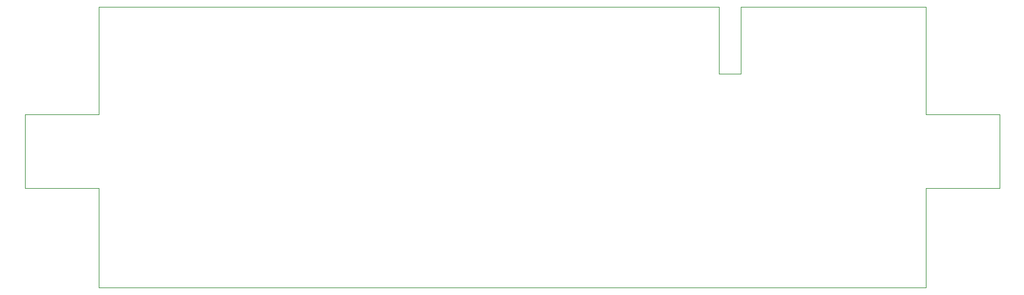
<source format=gbr>
%TF.GenerationSoftware,KiCad,Pcbnew,(6.0.8)*%
%TF.CreationDate,2022-12-30T17:29:19+02:00*%
%TF.ProjectId,mahjong_jamma_adapter,6d61686a-6f6e-4675-9f6a-616d6d615f61,rev?*%
%TF.SameCoordinates,Original*%
%TF.FileFunction,Profile,NP*%
%FSLAX46Y46*%
G04 Gerber Fmt 4.6, Leading zero omitted, Abs format (unit mm)*
G04 Created by KiCad (PCBNEW (6.0.8)) date 2022-12-30 17:29:19*
%MOMM*%
%LPD*%
G01*
G04 APERTURE LIST*
%TA.AperFunction,Profile*%
%ADD10C,0.100000*%
%TD*%
G04 APERTURE END LIST*
D10*
X152000000Y-43000000D02*
X177000000Y-43000000D01*
X55000000Y-67500000D02*
X65000000Y-67500000D01*
X65000000Y-52000000D02*
X65000000Y-43000000D01*
X187000000Y-67500000D02*
X177000000Y-67500000D01*
X55000000Y-57500000D02*
X55000000Y-67500000D01*
X177000000Y-57500000D02*
X177000000Y-43000000D01*
X149000000Y-43000000D02*
X149000000Y-52000000D01*
X65000000Y-57500000D02*
X55000000Y-57500000D01*
X65000000Y-67500000D02*
X65000000Y-81000000D01*
X152000000Y-52000000D02*
X152000000Y-43000000D01*
X187000000Y-57500000D02*
X177000000Y-57500000D01*
X65000000Y-43000000D02*
X149000000Y-43000000D01*
X177000000Y-67500000D02*
X177000000Y-81000000D01*
X65000000Y-57500000D02*
X65000000Y-52000000D01*
X187000000Y-67500000D02*
X187000000Y-57500000D01*
X177000000Y-81000000D02*
X65000000Y-81000000D01*
X149000000Y-52000000D02*
X152000000Y-52000000D01*
M02*

</source>
